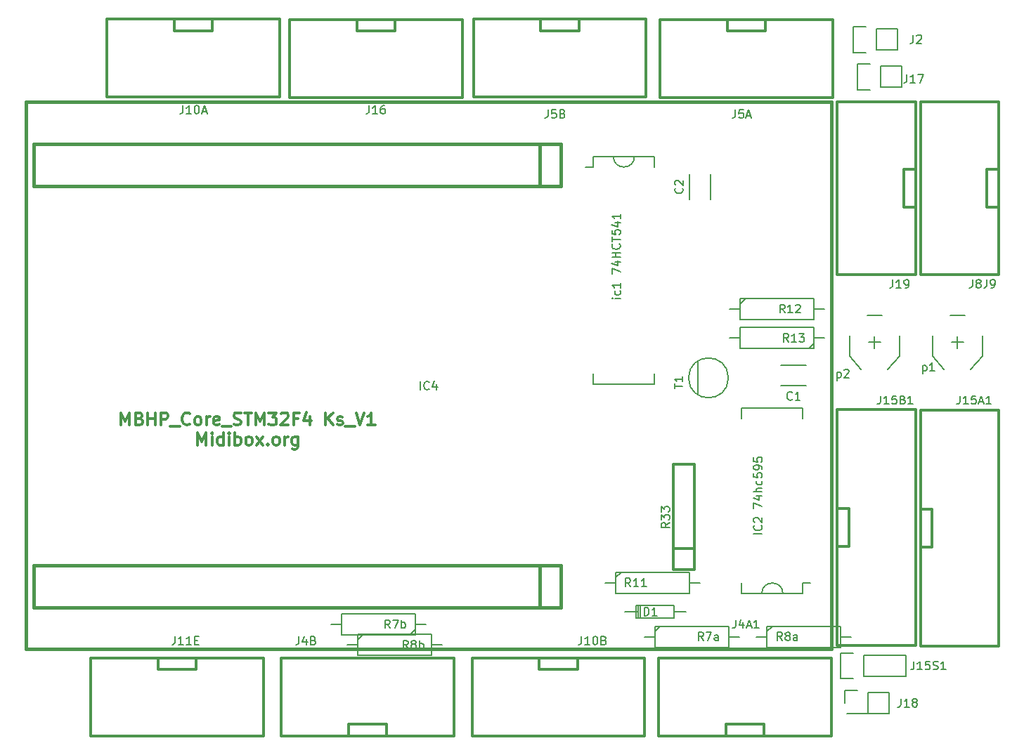
<source format=gbr>
G04 #@! TF.FileFunction,Legend,Top*
%FSLAX46Y46*%
G04 Gerber Fmt 4.6, Leading zero omitted, Abs format (unit mm)*
G04 Created by KiCad (PCBNEW 4.0.2-stable) date 17/08/2016 20:10:52*
%MOMM*%
G01*
G04 APERTURE LIST*
%ADD10C,0.100000*%
%ADD11C,0.300000*%
%ADD12C,0.150000*%
%ADD13C,0.381000*%
%ADD14C,0.317500*%
%ADD15C,0.304800*%
%ADD16C,0.299720*%
%ADD17C,0.203200*%
G04 APERTURE END LIST*
D10*
D11*
X51750002Y-62478571D02*
X51750002Y-60978571D01*
X52250002Y-62050000D01*
X52750002Y-60978571D01*
X52750002Y-62478571D01*
X53964288Y-61692857D02*
X54178574Y-61764286D01*
X54250002Y-61835714D01*
X54321431Y-61978571D01*
X54321431Y-62192857D01*
X54250002Y-62335714D01*
X54178574Y-62407143D01*
X54035716Y-62478571D01*
X53464288Y-62478571D01*
X53464288Y-60978571D01*
X53964288Y-60978571D01*
X54107145Y-61050000D01*
X54178574Y-61121429D01*
X54250002Y-61264286D01*
X54250002Y-61407143D01*
X54178574Y-61550000D01*
X54107145Y-61621429D01*
X53964288Y-61692857D01*
X53464288Y-61692857D01*
X54964288Y-62478571D02*
X54964288Y-60978571D01*
X54964288Y-61692857D02*
X55821431Y-61692857D01*
X55821431Y-62478571D02*
X55821431Y-60978571D01*
X56535717Y-62478571D02*
X56535717Y-60978571D01*
X57107145Y-60978571D01*
X57250003Y-61050000D01*
X57321431Y-61121429D01*
X57392860Y-61264286D01*
X57392860Y-61478571D01*
X57321431Y-61621429D01*
X57250003Y-61692857D01*
X57107145Y-61764286D01*
X56535717Y-61764286D01*
X57678574Y-62621429D02*
X58821431Y-62621429D01*
X60035717Y-62335714D02*
X59964288Y-62407143D01*
X59750002Y-62478571D01*
X59607145Y-62478571D01*
X59392860Y-62407143D01*
X59250002Y-62264286D01*
X59178574Y-62121429D01*
X59107145Y-61835714D01*
X59107145Y-61621429D01*
X59178574Y-61335714D01*
X59250002Y-61192857D01*
X59392860Y-61050000D01*
X59607145Y-60978571D01*
X59750002Y-60978571D01*
X59964288Y-61050000D01*
X60035717Y-61121429D01*
X60892860Y-62478571D02*
X60750002Y-62407143D01*
X60678574Y-62335714D01*
X60607145Y-62192857D01*
X60607145Y-61764286D01*
X60678574Y-61621429D01*
X60750002Y-61550000D01*
X60892860Y-61478571D01*
X61107145Y-61478571D01*
X61250002Y-61550000D01*
X61321431Y-61621429D01*
X61392860Y-61764286D01*
X61392860Y-62192857D01*
X61321431Y-62335714D01*
X61250002Y-62407143D01*
X61107145Y-62478571D01*
X60892860Y-62478571D01*
X62035717Y-62478571D02*
X62035717Y-61478571D01*
X62035717Y-61764286D02*
X62107145Y-61621429D01*
X62178574Y-61550000D01*
X62321431Y-61478571D01*
X62464288Y-61478571D01*
X63535716Y-62407143D02*
X63392859Y-62478571D01*
X63107145Y-62478571D01*
X62964288Y-62407143D01*
X62892859Y-62264286D01*
X62892859Y-61692857D01*
X62964288Y-61550000D01*
X63107145Y-61478571D01*
X63392859Y-61478571D01*
X63535716Y-61550000D01*
X63607145Y-61692857D01*
X63607145Y-61835714D01*
X62892859Y-61978571D01*
X63892859Y-62621429D02*
X65035716Y-62621429D01*
X65321430Y-62407143D02*
X65535716Y-62478571D01*
X65892859Y-62478571D01*
X66035716Y-62407143D01*
X66107145Y-62335714D01*
X66178573Y-62192857D01*
X66178573Y-62050000D01*
X66107145Y-61907143D01*
X66035716Y-61835714D01*
X65892859Y-61764286D01*
X65607145Y-61692857D01*
X65464287Y-61621429D01*
X65392859Y-61550000D01*
X65321430Y-61407143D01*
X65321430Y-61264286D01*
X65392859Y-61121429D01*
X65464287Y-61050000D01*
X65607145Y-60978571D01*
X65964287Y-60978571D01*
X66178573Y-61050000D01*
X66607144Y-60978571D02*
X67464287Y-60978571D01*
X67035716Y-62478571D02*
X67035716Y-60978571D01*
X67964287Y-62478571D02*
X67964287Y-60978571D01*
X68464287Y-62050000D01*
X68964287Y-60978571D01*
X68964287Y-62478571D01*
X69535716Y-60978571D02*
X70464287Y-60978571D01*
X69964287Y-61550000D01*
X70178573Y-61550000D01*
X70321430Y-61621429D01*
X70392859Y-61692857D01*
X70464287Y-61835714D01*
X70464287Y-62192857D01*
X70392859Y-62335714D01*
X70321430Y-62407143D01*
X70178573Y-62478571D01*
X69750001Y-62478571D01*
X69607144Y-62407143D01*
X69535716Y-62335714D01*
X71035715Y-61121429D02*
X71107144Y-61050000D01*
X71250001Y-60978571D01*
X71607144Y-60978571D01*
X71750001Y-61050000D01*
X71821430Y-61121429D01*
X71892858Y-61264286D01*
X71892858Y-61407143D01*
X71821430Y-61621429D01*
X70964287Y-62478571D01*
X71892858Y-62478571D01*
X73035715Y-61692857D02*
X72535715Y-61692857D01*
X72535715Y-62478571D02*
X72535715Y-60978571D01*
X73250001Y-60978571D01*
X74464286Y-61478571D02*
X74464286Y-62478571D01*
X74107143Y-60907143D02*
X73750000Y-61978571D01*
X74678572Y-61978571D01*
X76392857Y-62478571D02*
X76392857Y-60978571D01*
X77250000Y-62478571D02*
X76607143Y-61621429D01*
X77250000Y-60978571D02*
X76392857Y-61835714D01*
X77821428Y-62407143D02*
X77964285Y-62478571D01*
X78250000Y-62478571D01*
X78392857Y-62407143D01*
X78464285Y-62264286D01*
X78464285Y-62192857D01*
X78392857Y-62050000D01*
X78250000Y-61978571D01*
X78035714Y-61978571D01*
X77892857Y-61907143D01*
X77821428Y-61764286D01*
X77821428Y-61692857D01*
X77892857Y-61550000D01*
X78035714Y-61478571D01*
X78250000Y-61478571D01*
X78392857Y-61550000D01*
X78750000Y-62621429D02*
X79892857Y-62621429D01*
X80035714Y-60978571D02*
X80535714Y-62478571D01*
X81035714Y-60978571D01*
X82321428Y-62478571D02*
X81464285Y-62478571D01*
X81892857Y-62478571D02*
X81892857Y-60978571D01*
X81750000Y-61192857D01*
X81607142Y-61335714D01*
X81464285Y-61407143D01*
X60964285Y-64878571D02*
X60964285Y-63378571D01*
X61464285Y-64450000D01*
X61964285Y-63378571D01*
X61964285Y-64878571D01*
X62678571Y-64878571D02*
X62678571Y-63878571D01*
X62678571Y-63378571D02*
X62607142Y-63450000D01*
X62678571Y-63521429D01*
X62749999Y-63450000D01*
X62678571Y-63378571D01*
X62678571Y-63521429D01*
X64035714Y-64878571D02*
X64035714Y-63378571D01*
X64035714Y-64807143D02*
X63892857Y-64878571D01*
X63607143Y-64878571D01*
X63464285Y-64807143D01*
X63392857Y-64735714D01*
X63321428Y-64592857D01*
X63321428Y-64164286D01*
X63392857Y-64021429D01*
X63464285Y-63950000D01*
X63607143Y-63878571D01*
X63892857Y-63878571D01*
X64035714Y-63950000D01*
X64750000Y-64878571D02*
X64750000Y-63878571D01*
X64750000Y-63378571D02*
X64678571Y-63450000D01*
X64750000Y-63521429D01*
X64821428Y-63450000D01*
X64750000Y-63378571D01*
X64750000Y-63521429D01*
X65464286Y-64878571D02*
X65464286Y-63378571D01*
X65464286Y-63950000D02*
X65607143Y-63878571D01*
X65892857Y-63878571D01*
X66035714Y-63950000D01*
X66107143Y-64021429D01*
X66178572Y-64164286D01*
X66178572Y-64592857D01*
X66107143Y-64735714D01*
X66035714Y-64807143D01*
X65892857Y-64878571D01*
X65607143Y-64878571D01*
X65464286Y-64807143D01*
X67035715Y-64878571D02*
X66892857Y-64807143D01*
X66821429Y-64735714D01*
X66750000Y-64592857D01*
X66750000Y-64164286D01*
X66821429Y-64021429D01*
X66892857Y-63950000D01*
X67035715Y-63878571D01*
X67250000Y-63878571D01*
X67392857Y-63950000D01*
X67464286Y-64021429D01*
X67535715Y-64164286D01*
X67535715Y-64592857D01*
X67464286Y-64735714D01*
X67392857Y-64807143D01*
X67250000Y-64878571D01*
X67035715Y-64878571D01*
X68035715Y-64878571D02*
X68821429Y-63878571D01*
X68035715Y-63878571D02*
X68821429Y-64878571D01*
X69392858Y-64735714D02*
X69464286Y-64807143D01*
X69392858Y-64878571D01*
X69321429Y-64807143D01*
X69392858Y-64735714D01*
X69392858Y-64878571D01*
X70321430Y-64878571D02*
X70178572Y-64807143D01*
X70107144Y-64735714D01*
X70035715Y-64592857D01*
X70035715Y-64164286D01*
X70107144Y-64021429D01*
X70178572Y-63950000D01*
X70321430Y-63878571D01*
X70535715Y-63878571D01*
X70678572Y-63950000D01*
X70750001Y-64021429D01*
X70821430Y-64164286D01*
X70821430Y-64592857D01*
X70750001Y-64735714D01*
X70678572Y-64807143D01*
X70535715Y-64878571D01*
X70321430Y-64878571D01*
X71464287Y-64878571D02*
X71464287Y-63878571D01*
X71464287Y-64164286D02*
X71535715Y-64021429D01*
X71607144Y-63950000D01*
X71750001Y-63878571D01*
X71892858Y-63878571D01*
X73035715Y-63878571D02*
X73035715Y-65092857D01*
X72964286Y-65235714D01*
X72892858Y-65307143D01*
X72750001Y-65378571D01*
X72535715Y-65378571D01*
X72392858Y-65307143D01*
X73035715Y-64807143D02*
X72892858Y-64878571D01*
X72607144Y-64878571D01*
X72464286Y-64807143D01*
X72392858Y-64735714D01*
X72321429Y-64592857D01*
X72321429Y-64164286D01*
X72392858Y-64021429D01*
X72464286Y-63950000D01*
X72607144Y-63878571D01*
X72892858Y-63878571D01*
X73035715Y-63950000D01*
D12*
X111040000Y-30094000D02*
G75*
G03X113580000Y-30094000I1270000J0D01*
G01*
X108635000Y-30085000D02*
X108635000Y-31355000D01*
X115985000Y-30085000D02*
X115985000Y-31355000D01*
X115985000Y-57535000D02*
X115985000Y-56265000D01*
X108635000Y-57535000D02*
X108635000Y-56265000D01*
X108635000Y-30085000D02*
X115985000Y-30085000D01*
X108635000Y-57535000D02*
X115985000Y-57535000D01*
X108635000Y-31355000D02*
X107700000Y-31355000D01*
X131460000Y-82786000D02*
G75*
G03X128920000Y-82786000I-1270000J0D01*
G01*
X133865000Y-82795000D02*
X133865000Y-81525000D01*
X126515000Y-82795000D02*
X126515000Y-81525000D01*
X126515000Y-60425000D02*
X126515000Y-61695000D01*
X133865000Y-60425000D02*
X133865000Y-61695000D01*
X133865000Y-82795000D02*
X126515000Y-82795000D01*
X133865000Y-60425000D02*
X126515000Y-60425000D01*
X133865000Y-81525000D02*
X134800000Y-81525000D01*
D13*
X41230000Y-79360000D02*
X104730000Y-79360000D01*
X104730000Y-79360000D02*
X104730000Y-84440000D01*
X41230000Y-79360000D02*
X41230000Y-84440000D01*
X41230000Y-84440000D02*
X104730000Y-84440000D01*
X102178500Y-79360000D02*
X102178500Y-84440000D01*
X102178500Y-28560000D02*
X102178500Y-33640000D01*
X41230000Y-33640000D02*
X104730000Y-33640000D01*
X137280000Y-23500000D02*
X40280000Y-23500000D01*
X40280000Y-89500000D02*
X137280000Y-89500000D01*
X137280000Y-89500000D02*
X137280000Y-23500000D01*
X40280000Y-89500000D02*
X40280000Y-23500000D01*
X41230000Y-28560000D02*
X41230000Y-33640000D01*
X104730000Y-28560000D02*
X104730000Y-33640000D01*
X41230000Y-28560000D02*
X104730000Y-28560000D01*
D12*
X118366520Y-84997460D02*
X119763520Y-84997460D01*
X113921520Y-84997460D02*
X112397520Y-84997460D01*
X114302520Y-84235460D02*
X114302520Y-85759460D01*
X114048520Y-84235460D02*
X114048520Y-85759460D01*
X113794520Y-84997460D02*
X113794520Y-85759460D01*
X113794520Y-85759460D02*
X118366520Y-85759460D01*
X118366520Y-85759460D02*
X118366520Y-84235460D01*
X118366520Y-84235460D02*
X113794520Y-84235460D01*
X113794520Y-84235460D02*
X113794520Y-84997460D01*
X142770000Y-14730000D02*
X145310000Y-14730000D01*
X139950000Y-14450000D02*
X141500000Y-14450000D01*
X142770000Y-14730000D02*
X142770000Y-17270000D01*
X141500000Y-17550000D02*
X139950000Y-17550000D01*
X139950000Y-17550000D02*
X139950000Y-14450000D01*
X142770000Y-17270000D02*
X145310000Y-17270000D01*
X145310000Y-17270000D02*
X145310000Y-14730000D01*
X141230000Y-92770000D02*
X146310000Y-92770000D01*
X146310000Y-92770000D02*
X146310000Y-90230000D01*
X146310000Y-90230000D02*
X141230000Y-90230000D01*
X138410000Y-89950000D02*
X139960000Y-89950000D01*
X141230000Y-90230000D02*
X141230000Y-92770000D01*
X139960000Y-93050000D02*
X138410000Y-93050000D01*
X138410000Y-93050000D02*
X138410000Y-89950000D01*
X143230000Y-19230000D02*
X145770000Y-19230000D01*
X140410000Y-18950000D02*
X141960000Y-18950000D01*
X143230000Y-19230000D02*
X143230000Y-21770000D01*
X141960000Y-22050000D02*
X140410000Y-22050000D01*
X140410000Y-22050000D02*
X140410000Y-18950000D01*
X143230000Y-21770000D02*
X145770000Y-21770000D01*
X145770000Y-21770000D02*
X145770000Y-19230000D01*
D14*
X118230000Y-79930000D02*
X118230000Y-67230000D01*
X120770000Y-67230000D02*
X120770000Y-79930000D01*
D15*
X118230000Y-77390000D02*
X120770000Y-77390000D01*
D14*
X118230000Y-67230000D02*
X120770000Y-67230000D01*
D15*
X120770000Y-79930000D02*
X118230000Y-79930000D01*
D12*
X111340000Y-80230000D02*
X111340000Y-82770000D01*
X111340000Y-82770000D02*
X120230000Y-82770000D01*
X120230000Y-82770000D02*
X120230000Y-80230000D01*
X120230000Y-80230000D02*
X111340000Y-80230000D01*
X111340000Y-80865000D02*
X111975000Y-80230000D01*
X111340000Y-81500000D02*
X110070000Y-81500000D01*
X120230000Y-81500000D02*
X121500000Y-81500000D01*
X129555000Y-86730000D02*
X129555000Y-89270000D01*
X129555000Y-89270000D02*
X138445000Y-89270000D01*
X138445000Y-89270000D02*
X138445000Y-86730000D01*
X138445000Y-86730000D02*
X129555000Y-86730000D01*
X129555000Y-87365000D02*
X130190000Y-86730000D01*
X129555000Y-88000000D02*
X128285000Y-88000000D01*
X138445000Y-88000000D02*
X139715000Y-88000000D01*
X80270000Y-87730000D02*
X80270000Y-90270000D01*
X80270000Y-90270000D02*
X89160000Y-90270000D01*
X89160000Y-90270000D02*
X89160000Y-87730000D01*
X89160000Y-87730000D02*
X80270000Y-87730000D01*
X80270000Y-88365000D02*
X80905000Y-87730000D01*
X80270000Y-89000000D02*
X79000000Y-89000000D01*
X89160000Y-89000000D02*
X90430000Y-89000000D01*
X135230000Y-53270000D02*
X135230000Y-50730000D01*
X135230000Y-50730000D02*
X126340000Y-50730000D01*
X126340000Y-50730000D02*
X126340000Y-53270000D01*
X126340000Y-53270000D02*
X135230000Y-53270000D01*
X135230000Y-52635000D02*
X134595000Y-53270000D01*
X135230000Y-52000000D02*
X136500000Y-52000000D01*
X126340000Y-52000000D02*
X125070000Y-52000000D01*
X87160000Y-87770000D02*
X87160000Y-85230000D01*
X87160000Y-85230000D02*
X78270000Y-85230000D01*
X78270000Y-85230000D02*
X78270000Y-87770000D01*
X78270000Y-87770000D02*
X87160000Y-87770000D01*
X87160000Y-87135000D02*
X86525000Y-87770000D01*
X87160000Y-86500000D02*
X88430000Y-86500000D01*
X78270000Y-86500000D02*
X77000000Y-86500000D01*
X116055000Y-86730000D02*
X116055000Y-89270000D01*
X116055000Y-89270000D02*
X124945000Y-89270000D01*
X124945000Y-89270000D02*
X124945000Y-86730000D01*
X124945000Y-86730000D02*
X116055000Y-86730000D01*
X116055000Y-87365000D02*
X116690000Y-86730000D01*
X116055000Y-88000000D02*
X114785000Y-88000000D01*
X124945000Y-88000000D02*
X126215000Y-88000000D01*
X126340000Y-47230000D02*
X126340000Y-49770000D01*
X126340000Y-49770000D02*
X135230000Y-49770000D01*
X135230000Y-49770000D02*
X135230000Y-47230000D01*
X135230000Y-47230000D02*
X126340000Y-47230000D01*
X126340000Y-47865000D02*
X126975000Y-47230000D01*
X126340000Y-48500000D02*
X125070000Y-48500000D01*
X135230000Y-48500000D02*
X136500000Y-48500000D01*
X143399160Y-49249440D02*
X141600840Y-49249440D01*
X142500000Y-51799600D02*
X142500000Y-53201680D01*
X143201040Y-52500640D02*
X141798960Y-52500640D01*
X140899800Y-55751840D02*
X139500260Y-54199900D01*
X139500260Y-54199900D02*
X139500260Y-51700540D01*
X144100200Y-55751840D02*
X145499740Y-54199900D01*
X145499740Y-54199900D02*
X145499740Y-51700540D01*
X153399160Y-49249440D02*
X151600840Y-49249440D01*
X152500000Y-51799600D02*
X152500000Y-53201680D01*
X153201040Y-52500640D02*
X151798960Y-52500640D01*
X150899800Y-55751840D02*
X149500260Y-54199900D01*
X149500260Y-54199900D02*
X149500260Y-51700540D01*
X154100200Y-55751840D02*
X155499740Y-54199900D01*
X155499740Y-54199900D02*
X155499740Y-51700540D01*
X138910000Y-96000000D02*
X138910000Y-94450000D01*
X140460000Y-94450000D02*
X138910000Y-94450000D01*
X139190000Y-97270000D02*
X141730000Y-97270000D01*
X144270000Y-94730000D02*
X141730000Y-94730000D01*
X141730000Y-94730000D02*
X141730000Y-97270000D01*
X141730000Y-97270000D02*
X144270000Y-97270000D01*
X144270000Y-97270000D02*
X144270000Y-94730000D01*
X121230000Y-54754000D02*
X121230000Y-58818000D01*
X124896231Y-56786000D02*
G75*
G03X124896231Y-56786000I-2396231J0D01*
G01*
D15*
X147430000Y-44320000D02*
X147430000Y-23520000D01*
X138030000Y-23520000D02*
X138030000Y-44320000D01*
X138030000Y-44320000D02*
X147430000Y-44320000D01*
X138030000Y-23520000D02*
X147430000Y-23520000D01*
D16*
X147430000Y-31620000D02*
X146030000Y-31620000D01*
X146030000Y-31620000D02*
X146030000Y-36220000D01*
X146030000Y-36220000D02*
X147430000Y-36220000D01*
D15*
X92820000Y-13570000D02*
X72020000Y-13570000D01*
X72020000Y-22970000D02*
X92820000Y-22970000D01*
X92820000Y-22970000D02*
X92820000Y-13570000D01*
X72020000Y-22970000D02*
X72020000Y-13570000D01*
D16*
X80120000Y-13570000D02*
X80120000Y-14970000D01*
X80120000Y-14970000D02*
X84720000Y-14970000D01*
X84720000Y-14970000D02*
X84720000Y-13570000D01*
D15*
X68860000Y-90530000D02*
X48060000Y-90530000D01*
X48060000Y-99930000D02*
X68860000Y-99930000D01*
X68860000Y-99930000D02*
X68860000Y-90530000D01*
X48060000Y-99930000D02*
X48060000Y-90530000D01*
D16*
X56160000Y-90530000D02*
X56160000Y-91930000D01*
X56160000Y-91930000D02*
X60760000Y-91930000D01*
X60760000Y-91930000D02*
X60760000Y-90530000D01*
D15*
X114820000Y-90530000D02*
X94020000Y-90530000D01*
X94020000Y-99930000D02*
X114820000Y-99930000D01*
X114820000Y-99930000D02*
X114820000Y-90530000D01*
X94020000Y-99930000D02*
X94020000Y-90530000D01*
D16*
X102120000Y-90530000D02*
X102120000Y-91930000D01*
X102120000Y-91930000D02*
X106720000Y-91930000D01*
X106720000Y-91930000D02*
X106720000Y-90530000D01*
D15*
X70820000Y-13530000D02*
X50020000Y-13530000D01*
X50020000Y-22930000D02*
X70820000Y-22930000D01*
X70820000Y-22930000D02*
X70820000Y-13530000D01*
X50020000Y-22930000D02*
X50020000Y-13530000D01*
D16*
X58120000Y-13530000D02*
X58120000Y-14930000D01*
X58120000Y-14930000D02*
X62720000Y-14930000D01*
X62720000Y-14930000D02*
X62720000Y-13530000D01*
D15*
X157430000Y-44320000D02*
X157430000Y-23520000D01*
X148030000Y-23520000D02*
X148030000Y-44320000D01*
X148030000Y-44320000D02*
X157430000Y-44320000D01*
X148030000Y-23520000D02*
X157430000Y-23520000D01*
D16*
X157430000Y-31620000D02*
X156030000Y-31620000D01*
X156030000Y-31620000D02*
X156030000Y-36220000D01*
X156030000Y-36220000D02*
X157430000Y-36220000D01*
D15*
X114980000Y-13530000D02*
X94180000Y-13530000D01*
X94180000Y-22930000D02*
X114980000Y-22930000D01*
X114980000Y-22930000D02*
X114980000Y-13530000D01*
X94180000Y-22930000D02*
X94180000Y-13530000D01*
D16*
X102280000Y-13530000D02*
X102280000Y-14930000D01*
X102280000Y-14930000D02*
X106880000Y-14930000D01*
X106880000Y-14930000D02*
X106880000Y-13530000D01*
D15*
X137440000Y-13570000D02*
X116640000Y-13570000D01*
X116640000Y-22970000D02*
X137440000Y-22970000D01*
X137440000Y-22970000D02*
X137440000Y-13570000D01*
X116640000Y-22970000D02*
X116640000Y-13570000D01*
D16*
X124740000Y-13570000D02*
X124740000Y-14970000D01*
X124740000Y-14970000D02*
X129340000Y-14970000D01*
X129340000Y-14970000D02*
X129340000Y-13570000D01*
D15*
X71020000Y-99930000D02*
X91820000Y-99930000D01*
X91820000Y-90530000D02*
X71020000Y-90530000D01*
X71020000Y-90530000D02*
X71020000Y-99930000D01*
X91820000Y-90530000D02*
X91820000Y-99930000D01*
D16*
X83720000Y-99930000D02*
X83720000Y-98530000D01*
X83720000Y-98530000D02*
X79120000Y-98530000D01*
X79120000Y-98530000D02*
X79120000Y-99930000D01*
D15*
X116520000Y-99930000D02*
X137320000Y-99930000D01*
X137320000Y-90530000D02*
X116520000Y-90530000D01*
X116520000Y-90530000D02*
X116520000Y-99930000D01*
X137320000Y-90530000D02*
X137320000Y-99930000D01*
D16*
X129220000Y-99930000D02*
X129220000Y-98530000D01*
X129220000Y-98530000D02*
X124620000Y-98530000D01*
X124620000Y-98530000D02*
X124620000Y-99930000D01*
D15*
X138030000Y-60610000D02*
X138030000Y-89010000D01*
X147430000Y-89010000D02*
X147430000Y-60610000D01*
X147430000Y-60610000D02*
X138030000Y-60610000D01*
X147430000Y-89010000D02*
X138030000Y-89010000D01*
D16*
X138030000Y-77110000D02*
X139430000Y-77110000D01*
X139430000Y-77110000D02*
X139430000Y-72510000D01*
X139430000Y-72510000D02*
X138030000Y-72510000D01*
D15*
X148030000Y-60690000D02*
X148030000Y-89090000D01*
X157430000Y-89090000D02*
X157430000Y-60690000D01*
X157430000Y-60690000D02*
X148030000Y-60690000D01*
X157430000Y-89090000D02*
X148030000Y-89090000D01*
D16*
X148030000Y-77190000D02*
X149430000Y-77190000D01*
X149430000Y-77190000D02*
X149430000Y-72590000D01*
X149430000Y-72590000D02*
X148030000Y-72590000D01*
D12*
X134250000Y-57750000D02*
X131250000Y-57750000D01*
X131250000Y-55250000D02*
X134250000Y-55250000D01*
X120250000Y-35250000D02*
X120250000Y-32250000D01*
X122750000Y-32250000D02*
X122750000Y-35250000D01*
X111872381Y-47211429D02*
X111205714Y-47211429D01*
X110872381Y-47211429D02*
X110920000Y-47259048D01*
X110967619Y-47211429D01*
X110920000Y-47163810D01*
X110872381Y-47211429D01*
X110967619Y-47211429D01*
X111824762Y-46306667D02*
X111872381Y-46401905D01*
X111872381Y-46592382D01*
X111824762Y-46687620D01*
X111777143Y-46735239D01*
X111681905Y-46782858D01*
X111396190Y-46782858D01*
X111300952Y-46735239D01*
X111253333Y-46687620D01*
X111205714Y-46592382D01*
X111205714Y-46401905D01*
X111253333Y-46306667D01*
X111872381Y-45354286D02*
X111872381Y-45925715D01*
X111872381Y-45640001D02*
X110872381Y-45640001D01*
X111015238Y-45735239D01*
X111110476Y-45830477D01*
X111158095Y-45925715D01*
X110872381Y-44259048D02*
X110872381Y-43592381D01*
X111872381Y-44020953D01*
X111205714Y-42782857D02*
X111872381Y-42782857D01*
X110824762Y-43020953D02*
X111539048Y-43259048D01*
X111539048Y-42640000D01*
X111872381Y-42259048D02*
X110872381Y-42259048D01*
X111348571Y-42259048D02*
X111348571Y-41687619D01*
X111872381Y-41687619D02*
X110872381Y-41687619D01*
X111777143Y-40640000D02*
X111824762Y-40687619D01*
X111872381Y-40830476D01*
X111872381Y-40925714D01*
X111824762Y-41068572D01*
X111729524Y-41163810D01*
X111634286Y-41211429D01*
X111443810Y-41259048D01*
X111300952Y-41259048D01*
X111110476Y-41211429D01*
X111015238Y-41163810D01*
X110920000Y-41068572D01*
X110872381Y-40925714D01*
X110872381Y-40830476D01*
X110920000Y-40687619D01*
X110967619Y-40640000D01*
X110872381Y-40354286D02*
X110872381Y-39782857D01*
X111872381Y-40068572D02*
X110872381Y-40068572D01*
X110872381Y-38973333D02*
X110872381Y-39449524D01*
X111348571Y-39497143D01*
X111300952Y-39449524D01*
X111253333Y-39354286D01*
X111253333Y-39116190D01*
X111300952Y-39020952D01*
X111348571Y-38973333D01*
X111443810Y-38925714D01*
X111681905Y-38925714D01*
X111777143Y-38973333D01*
X111824762Y-39020952D01*
X111872381Y-39116190D01*
X111872381Y-39354286D01*
X111824762Y-39449524D01*
X111777143Y-39497143D01*
X111205714Y-38068571D02*
X111872381Y-38068571D01*
X110824762Y-38306667D02*
X111539048Y-38544762D01*
X111539048Y-37925714D01*
X111872381Y-37020952D02*
X111872381Y-37592381D01*
X111872381Y-37306667D02*
X110872381Y-37306667D01*
X111015238Y-37401905D01*
X111110476Y-37497143D01*
X111158095Y-37592381D01*
X128952381Y-75619048D02*
X127952381Y-75619048D01*
X128857143Y-74571429D02*
X128904762Y-74619048D01*
X128952381Y-74761905D01*
X128952381Y-74857143D01*
X128904762Y-75000001D01*
X128809524Y-75095239D01*
X128714286Y-75142858D01*
X128523810Y-75190477D01*
X128380952Y-75190477D01*
X128190476Y-75142858D01*
X128095238Y-75095239D01*
X128000000Y-75000001D01*
X127952381Y-74857143D01*
X127952381Y-74761905D01*
X128000000Y-74619048D01*
X128047619Y-74571429D01*
X128047619Y-74190477D02*
X128000000Y-74142858D01*
X127952381Y-74047620D01*
X127952381Y-73809524D01*
X128000000Y-73714286D01*
X128047619Y-73666667D01*
X128142857Y-73619048D01*
X128238095Y-73619048D01*
X128380952Y-73666667D01*
X128952381Y-74238096D01*
X128952381Y-73619048D01*
X127952381Y-72523810D02*
X127952381Y-71857143D01*
X128952381Y-72285715D01*
X128285714Y-71047619D02*
X128952381Y-71047619D01*
X127904762Y-71285715D02*
X128619048Y-71523810D01*
X128619048Y-70904762D01*
X128952381Y-70523810D02*
X127952381Y-70523810D01*
X128952381Y-70095238D02*
X128428571Y-70095238D01*
X128333333Y-70142857D01*
X128285714Y-70238095D01*
X128285714Y-70380953D01*
X128333333Y-70476191D01*
X128380952Y-70523810D01*
X128904762Y-69190476D02*
X128952381Y-69285714D01*
X128952381Y-69476191D01*
X128904762Y-69571429D01*
X128857143Y-69619048D01*
X128761905Y-69666667D01*
X128476190Y-69666667D01*
X128380952Y-69619048D01*
X128333333Y-69571429D01*
X128285714Y-69476191D01*
X128285714Y-69285714D01*
X128333333Y-69190476D01*
X127952381Y-68285714D02*
X127952381Y-68761905D01*
X128428571Y-68809524D01*
X128380952Y-68761905D01*
X128333333Y-68666667D01*
X128333333Y-68428571D01*
X128380952Y-68333333D01*
X128428571Y-68285714D01*
X128523810Y-68238095D01*
X128761905Y-68238095D01*
X128857143Y-68285714D01*
X128904762Y-68333333D01*
X128952381Y-68428571D01*
X128952381Y-68666667D01*
X128904762Y-68761905D01*
X128857143Y-68809524D01*
X128952381Y-67761905D02*
X128952381Y-67571429D01*
X128904762Y-67476190D01*
X128857143Y-67428571D01*
X128714286Y-67333333D01*
X128523810Y-67285714D01*
X128142857Y-67285714D01*
X128047619Y-67333333D01*
X128000000Y-67380952D01*
X127952381Y-67476190D01*
X127952381Y-67666667D01*
X128000000Y-67761905D01*
X128047619Y-67809524D01*
X128142857Y-67857143D01*
X128380952Y-67857143D01*
X128476190Y-67809524D01*
X128523810Y-67761905D01*
X128571429Y-67666667D01*
X128571429Y-67476190D01*
X128523810Y-67380952D01*
X128476190Y-67333333D01*
X128380952Y-67285714D01*
X127952381Y-66380952D02*
X127952381Y-66857143D01*
X128428571Y-66904762D01*
X128380952Y-66857143D01*
X128333333Y-66761905D01*
X128333333Y-66523809D01*
X128380952Y-66428571D01*
X128428571Y-66380952D01*
X128523810Y-66333333D01*
X128761905Y-66333333D01*
X128857143Y-66380952D01*
X128904762Y-66428571D01*
X128952381Y-66523809D01*
X128952381Y-66761905D01*
X128904762Y-66857143D01*
X128857143Y-66904762D01*
D17*
X87788191Y-58229619D02*
X87788191Y-57213619D01*
X88852572Y-58132857D02*
X88804191Y-58181238D01*
X88659048Y-58229619D01*
X88562286Y-58229619D01*
X88417144Y-58181238D01*
X88320382Y-58084476D01*
X88272001Y-57987714D01*
X88223620Y-57794190D01*
X88223620Y-57649048D01*
X88272001Y-57455524D01*
X88320382Y-57358762D01*
X88417144Y-57262000D01*
X88562286Y-57213619D01*
X88659048Y-57213619D01*
X88804191Y-57262000D01*
X88852572Y-57310381D01*
X89723429Y-57552286D02*
X89723429Y-58229619D01*
X89481525Y-57165238D02*
X89239620Y-57890952D01*
X89868572Y-57890952D01*
D12*
X114762425Y-85449841D02*
X114762425Y-84449841D01*
X115000520Y-84449841D01*
X115143378Y-84497460D01*
X115238616Y-84592698D01*
X115286235Y-84687936D01*
X115333854Y-84878412D01*
X115333854Y-85021270D01*
X115286235Y-85211746D01*
X115238616Y-85306984D01*
X115143378Y-85402222D01*
X115000520Y-85449841D01*
X114762425Y-85449841D01*
X116286235Y-85449841D02*
X115714806Y-85449841D01*
X116000520Y-85449841D02*
X116000520Y-84449841D01*
X115905282Y-84592698D01*
X115810044Y-84687936D01*
X115714806Y-84735555D01*
X147166667Y-15452381D02*
X147166667Y-16166667D01*
X147119047Y-16309524D01*
X147023809Y-16404762D01*
X146880952Y-16452381D01*
X146785714Y-16452381D01*
X147595238Y-15547619D02*
X147642857Y-15500000D01*
X147738095Y-15452381D01*
X147976191Y-15452381D01*
X148071429Y-15500000D01*
X148119048Y-15547619D01*
X148166667Y-15642857D01*
X148166667Y-15738095D01*
X148119048Y-15880952D01*
X147547619Y-16452381D01*
X148166667Y-16452381D01*
X147238096Y-90952381D02*
X147238096Y-91666667D01*
X147190476Y-91809524D01*
X147095238Y-91904762D01*
X146952381Y-91952381D01*
X146857143Y-91952381D01*
X148238096Y-91952381D02*
X147666667Y-91952381D01*
X147952381Y-91952381D02*
X147952381Y-90952381D01*
X147857143Y-91095238D01*
X147761905Y-91190476D01*
X147666667Y-91238095D01*
X149142858Y-90952381D02*
X148666667Y-90952381D01*
X148619048Y-91428571D01*
X148666667Y-91380952D01*
X148761905Y-91333333D01*
X149000001Y-91333333D01*
X149095239Y-91380952D01*
X149142858Y-91428571D01*
X149190477Y-91523810D01*
X149190477Y-91761905D01*
X149142858Y-91857143D01*
X149095239Y-91904762D01*
X149000001Y-91952381D01*
X148761905Y-91952381D01*
X148666667Y-91904762D01*
X148619048Y-91857143D01*
X149571429Y-91904762D02*
X149714286Y-91952381D01*
X149952382Y-91952381D01*
X150047620Y-91904762D01*
X150095239Y-91857143D01*
X150142858Y-91761905D01*
X150142858Y-91666667D01*
X150095239Y-91571429D01*
X150047620Y-91523810D01*
X149952382Y-91476190D01*
X149761905Y-91428571D01*
X149666667Y-91380952D01*
X149619048Y-91333333D01*
X149571429Y-91238095D01*
X149571429Y-91142857D01*
X149619048Y-91047619D01*
X149666667Y-91000000D01*
X149761905Y-90952381D01*
X150000001Y-90952381D01*
X150142858Y-91000000D01*
X151095239Y-91952381D02*
X150523810Y-91952381D01*
X150809524Y-91952381D02*
X150809524Y-90952381D01*
X150714286Y-91095238D01*
X150619048Y-91190476D01*
X150523810Y-91238095D01*
X146400477Y-20202381D02*
X146400477Y-20916667D01*
X146352857Y-21059524D01*
X146257619Y-21154762D01*
X146114762Y-21202381D01*
X146019524Y-21202381D01*
X147400477Y-21202381D02*
X146829048Y-21202381D01*
X147114762Y-21202381D02*
X147114762Y-20202381D01*
X147019524Y-20345238D01*
X146924286Y-20440476D01*
X146829048Y-20488095D01*
X147733810Y-20202381D02*
X148400477Y-20202381D01*
X147971905Y-21202381D01*
D17*
X117800619Y-74233143D02*
X117316810Y-74571809D01*
X117800619Y-74813714D02*
X116784619Y-74813714D01*
X116784619Y-74426667D01*
X116833000Y-74329905D01*
X116881381Y-74281524D01*
X116978143Y-74233143D01*
X117123286Y-74233143D01*
X117220048Y-74281524D01*
X117268429Y-74329905D01*
X117316810Y-74426667D01*
X117316810Y-74813714D01*
X116784619Y-73894476D02*
X116784619Y-73265524D01*
X117171667Y-73604190D01*
X117171667Y-73459048D01*
X117220048Y-73362286D01*
X117268429Y-73313905D01*
X117365190Y-73265524D01*
X117607095Y-73265524D01*
X117703857Y-73313905D01*
X117752238Y-73362286D01*
X117800619Y-73459048D01*
X117800619Y-73749333D01*
X117752238Y-73846095D01*
X117703857Y-73894476D01*
X116784619Y-72926857D02*
X116784619Y-72297905D01*
X117171667Y-72636571D01*
X117171667Y-72491429D01*
X117220048Y-72394667D01*
X117268429Y-72346286D01*
X117365190Y-72297905D01*
X117607095Y-72297905D01*
X117703857Y-72346286D01*
X117752238Y-72394667D01*
X117800619Y-72491429D01*
X117800619Y-72781714D01*
X117752238Y-72878476D01*
X117703857Y-72926857D01*
D12*
X113099143Y-81952381D02*
X112765809Y-81476190D01*
X112527714Y-81952381D02*
X112527714Y-80952381D01*
X112908667Y-80952381D01*
X113003905Y-81000000D01*
X113051524Y-81047619D01*
X113099143Y-81142857D01*
X113099143Y-81285714D01*
X113051524Y-81380952D01*
X113003905Y-81428571D01*
X112908667Y-81476190D01*
X112527714Y-81476190D01*
X114051524Y-81952381D02*
X113480095Y-81952381D01*
X113765809Y-81952381D02*
X113765809Y-80952381D01*
X113670571Y-81095238D01*
X113575333Y-81190476D01*
X113480095Y-81238095D01*
X115003905Y-81952381D02*
X114432476Y-81952381D01*
X114718190Y-81952381D02*
X114718190Y-80952381D01*
X114622952Y-81095238D01*
X114527714Y-81190476D01*
X114432476Y-81238095D01*
X131380953Y-88452381D02*
X131047619Y-87976190D01*
X130809524Y-88452381D02*
X130809524Y-87452381D01*
X131190477Y-87452381D01*
X131285715Y-87500000D01*
X131333334Y-87547619D01*
X131380953Y-87642857D01*
X131380953Y-87785714D01*
X131333334Y-87880952D01*
X131285715Y-87928571D01*
X131190477Y-87976190D01*
X130809524Y-87976190D01*
X131952381Y-87880952D02*
X131857143Y-87833333D01*
X131809524Y-87785714D01*
X131761905Y-87690476D01*
X131761905Y-87642857D01*
X131809524Y-87547619D01*
X131857143Y-87500000D01*
X131952381Y-87452381D01*
X132142858Y-87452381D01*
X132238096Y-87500000D01*
X132285715Y-87547619D01*
X132333334Y-87642857D01*
X132333334Y-87690476D01*
X132285715Y-87785714D01*
X132238096Y-87833333D01*
X132142858Y-87880952D01*
X131952381Y-87880952D01*
X131857143Y-87928571D01*
X131809524Y-87976190D01*
X131761905Y-88071429D01*
X131761905Y-88261905D01*
X131809524Y-88357143D01*
X131857143Y-88404762D01*
X131952381Y-88452381D01*
X132142858Y-88452381D01*
X132238096Y-88404762D01*
X132285715Y-88357143D01*
X132333334Y-88261905D01*
X132333334Y-88071429D01*
X132285715Y-87976190D01*
X132238096Y-87928571D01*
X132142858Y-87880952D01*
X133190477Y-88452381D02*
X133190477Y-87928571D01*
X133142858Y-87833333D01*
X133047620Y-87785714D01*
X132857143Y-87785714D01*
X132761905Y-87833333D01*
X133190477Y-88404762D02*
X133095239Y-88452381D01*
X132857143Y-88452381D01*
X132761905Y-88404762D01*
X132714286Y-88309524D01*
X132714286Y-88214286D01*
X132761905Y-88119048D01*
X132857143Y-88071429D01*
X133095239Y-88071429D01*
X133190477Y-88023810D01*
X86310953Y-89452381D02*
X85977619Y-88976190D01*
X85739524Y-89452381D02*
X85739524Y-88452381D01*
X86120477Y-88452381D01*
X86215715Y-88500000D01*
X86263334Y-88547619D01*
X86310953Y-88642857D01*
X86310953Y-88785714D01*
X86263334Y-88880952D01*
X86215715Y-88928571D01*
X86120477Y-88976190D01*
X85739524Y-88976190D01*
X86882381Y-88880952D02*
X86787143Y-88833333D01*
X86739524Y-88785714D01*
X86691905Y-88690476D01*
X86691905Y-88642857D01*
X86739524Y-88547619D01*
X86787143Y-88500000D01*
X86882381Y-88452381D01*
X87072858Y-88452381D01*
X87168096Y-88500000D01*
X87215715Y-88547619D01*
X87263334Y-88642857D01*
X87263334Y-88690476D01*
X87215715Y-88785714D01*
X87168096Y-88833333D01*
X87072858Y-88880952D01*
X86882381Y-88880952D01*
X86787143Y-88928571D01*
X86739524Y-88976190D01*
X86691905Y-89071429D01*
X86691905Y-89261905D01*
X86739524Y-89357143D01*
X86787143Y-89404762D01*
X86882381Y-89452381D01*
X87072858Y-89452381D01*
X87168096Y-89404762D01*
X87215715Y-89357143D01*
X87263334Y-89261905D01*
X87263334Y-89071429D01*
X87215715Y-88976190D01*
X87168096Y-88928571D01*
X87072858Y-88880952D01*
X87691905Y-89452381D02*
X87691905Y-88452381D01*
X87691905Y-88833333D02*
X87787143Y-88785714D01*
X87977620Y-88785714D01*
X88072858Y-88833333D01*
X88120477Y-88880952D01*
X88168096Y-88976190D01*
X88168096Y-89261905D01*
X88120477Y-89357143D01*
X88072858Y-89404762D01*
X87977620Y-89452381D01*
X87787143Y-89452381D01*
X87691905Y-89404762D01*
X132135143Y-52452381D02*
X131801809Y-51976190D01*
X131563714Y-52452381D02*
X131563714Y-51452381D01*
X131944667Y-51452381D01*
X132039905Y-51500000D01*
X132087524Y-51547619D01*
X132135143Y-51642857D01*
X132135143Y-51785714D01*
X132087524Y-51880952D01*
X132039905Y-51928571D01*
X131944667Y-51976190D01*
X131563714Y-51976190D01*
X133087524Y-52452381D02*
X132516095Y-52452381D01*
X132801809Y-52452381D02*
X132801809Y-51452381D01*
X132706571Y-51595238D01*
X132611333Y-51690476D01*
X132516095Y-51738095D01*
X133420857Y-51452381D02*
X134039905Y-51452381D01*
X133706571Y-51833333D01*
X133849429Y-51833333D01*
X133944667Y-51880952D01*
X133992286Y-51928571D01*
X134039905Y-52023810D01*
X134039905Y-52261905D01*
X133992286Y-52357143D01*
X133944667Y-52404762D01*
X133849429Y-52452381D01*
X133563714Y-52452381D01*
X133468476Y-52404762D01*
X133420857Y-52357143D01*
X84138953Y-86952381D02*
X83805619Y-86476190D01*
X83567524Y-86952381D02*
X83567524Y-85952381D01*
X83948477Y-85952381D01*
X84043715Y-86000000D01*
X84091334Y-86047619D01*
X84138953Y-86142857D01*
X84138953Y-86285714D01*
X84091334Y-86380952D01*
X84043715Y-86428571D01*
X83948477Y-86476190D01*
X83567524Y-86476190D01*
X84472286Y-85952381D02*
X85138953Y-85952381D01*
X84710381Y-86952381D01*
X85519905Y-86952381D02*
X85519905Y-85952381D01*
X85519905Y-86333333D02*
X85615143Y-86285714D01*
X85805620Y-86285714D01*
X85900858Y-86333333D01*
X85948477Y-86380952D01*
X85996096Y-86476190D01*
X85996096Y-86761905D01*
X85948477Y-86857143D01*
X85900858Y-86904762D01*
X85805620Y-86952381D01*
X85615143Y-86952381D01*
X85519905Y-86904762D01*
X121873953Y-88452381D02*
X121540619Y-87976190D01*
X121302524Y-88452381D02*
X121302524Y-87452381D01*
X121683477Y-87452381D01*
X121778715Y-87500000D01*
X121826334Y-87547619D01*
X121873953Y-87642857D01*
X121873953Y-87785714D01*
X121826334Y-87880952D01*
X121778715Y-87928571D01*
X121683477Y-87976190D01*
X121302524Y-87976190D01*
X122207286Y-87452381D02*
X122873953Y-87452381D01*
X122445381Y-88452381D01*
X123683477Y-88452381D02*
X123683477Y-87928571D01*
X123635858Y-87833333D01*
X123540620Y-87785714D01*
X123350143Y-87785714D01*
X123254905Y-87833333D01*
X123683477Y-88404762D02*
X123588239Y-88452381D01*
X123350143Y-88452381D01*
X123254905Y-88404762D01*
X123207286Y-88309524D01*
X123207286Y-88214286D01*
X123254905Y-88119048D01*
X123350143Y-88071429D01*
X123588239Y-88071429D01*
X123683477Y-88023810D01*
X131685143Y-48952381D02*
X131351809Y-48476190D01*
X131113714Y-48952381D02*
X131113714Y-47952381D01*
X131494667Y-47952381D01*
X131589905Y-48000000D01*
X131637524Y-48047619D01*
X131685143Y-48142857D01*
X131685143Y-48285714D01*
X131637524Y-48380952D01*
X131589905Y-48428571D01*
X131494667Y-48476190D01*
X131113714Y-48476190D01*
X132637524Y-48952381D02*
X132066095Y-48952381D01*
X132351809Y-48952381D02*
X132351809Y-47952381D01*
X132256571Y-48095238D01*
X132161333Y-48190476D01*
X132066095Y-48238095D01*
X133018476Y-48047619D02*
X133066095Y-48000000D01*
X133161333Y-47952381D01*
X133399429Y-47952381D01*
X133494667Y-48000000D01*
X133542286Y-48047619D01*
X133589905Y-48142857D01*
X133589905Y-48238095D01*
X133542286Y-48380952D01*
X132970857Y-48952381D01*
X133589905Y-48952381D01*
X137999524Y-56096354D02*
X137999524Y-57096354D01*
X137999524Y-56143973D02*
X138094762Y-56096354D01*
X138285239Y-56096354D01*
X138380477Y-56143973D01*
X138428096Y-56191592D01*
X138475715Y-56286830D01*
X138475715Y-56572545D01*
X138428096Y-56667783D01*
X138380477Y-56715402D01*
X138285239Y-56763021D01*
X138094762Y-56763021D01*
X137999524Y-56715402D01*
X138856667Y-55858259D02*
X138904286Y-55810640D01*
X138999524Y-55763021D01*
X139237620Y-55763021D01*
X139332858Y-55810640D01*
X139380477Y-55858259D01*
X139428096Y-55953497D01*
X139428096Y-56048735D01*
X139380477Y-56191592D01*
X138809048Y-56763021D01*
X139428096Y-56763021D01*
X148309524Y-55285714D02*
X148309524Y-56285714D01*
X148309524Y-55333333D02*
X148404762Y-55285714D01*
X148595239Y-55285714D01*
X148690477Y-55333333D01*
X148738096Y-55380952D01*
X148785715Y-55476190D01*
X148785715Y-55761905D01*
X148738096Y-55857143D01*
X148690477Y-55904762D01*
X148595239Y-55952381D01*
X148404762Y-55952381D01*
X148309524Y-55904762D01*
X149738096Y-55952381D02*
X149166667Y-55952381D01*
X149452381Y-55952381D02*
X149452381Y-54952381D01*
X149357143Y-55095238D01*
X149261905Y-55190476D01*
X149166667Y-55238095D01*
X145690477Y-95452381D02*
X145690477Y-96166667D01*
X145642857Y-96309524D01*
X145547619Y-96404762D01*
X145404762Y-96452381D01*
X145309524Y-96452381D01*
X146690477Y-96452381D02*
X146119048Y-96452381D01*
X146404762Y-96452381D02*
X146404762Y-95452381D01*
X146309524Y-95595238D01*
X146214286Y-95690476D01*
X146119048Y-95738095D01*
X147261905Y-95880952D02*
X147166667Y-95833333D01*
X147119048Y-95785714D01*
X147071429Y-95690476D01*
X147071429Y-95642857D01*
X147119048Y-95547619D01*
X147166667Y-95500000D01*
X147261905Y-95452381D01*
X147452382Y-95452381D01*
X147547620Y-95500000D01*
X147595239Y-95547619D01*
X147642858Y-95642857D01*
X147642858Y-95690476D01*
X147595239Y-95785714D01*
X147547620Y-95833333D01*
X147452382Y-95880952D01*
X147261905Y-95880952D01*
X147166667Y-95928571D01*
X147119048Y-95976190D01*
X147071429Y-96071429D01*
X147071429Y-96261905D01*
X147119048Y-96357143D01*
X147166667Y-96404762D01*
X147261905Y-96452381D01*
X147452382Y-96452381D01*
X147547620Y-96404762D01*
X147595239Y-96357143D01*
X147642858Y-96261905D01*
X147642858Y-96071429D01*
X147595239Y-95976190D01*
X147547620Y-95928571D01*
X147452382Y-95880952D01*
X118396381Y-58055905D02*
X118396381Y-57484476D01*
X119396381Y-57770191D02*
X118396381Y-57770191D01*
X119396381Y-56627333D02*
X119396381Y-57198762D01*
X119396381Y-56913048D02*
X118396381Y-56913048D01*
X118539238Y-57008286D01*
X118634476Y-57103524D01*
X118682095Y-57198762D01*
D17*
X144690477Y-44952381D02*
X144690477Y-45666667D01*
X144642857Y-45809524D01*
X144547619Y-45904762D01*
X144404762Y-45952381D01*
X144309524Y-45952381D01*
X145690477Y-45952381D02*
X145119048Y-45952381D01*
X145404762Y-45952381D02*
X145404762Y-44952381D01*
X145309524Y-45095238D01*
X145214286Y-45190476D01*
X145119048Y-45238095D01*
X146166667Y-45952381D02*
X146357143Y-45952381D01*
X146452382Y-45904762D01*
X146500001Y-45857143D01*
X146595239Y-45714286D01*
X146642858Y-45523810D01*
X146642858Y-45142857D01*
X146595239Y-45047619D01*
X146547620Y-45000000D01*
X146452382Y-44952381D01*
X146261905Y-44952381D01*
X146166667Y-45000000D01*
X146119048Y-45047619D01*
X146071429Y-45142857D01*
X146071429Y-45380952D01*
X146119048Y-45476190D01*
X146166667Y-45523810D01*
X146261905Y-45571429D01*
X146452382Y-45571429D01*
X146547620Y-45523810D01*
X146595239Y-45476190D01*
X146642858Y-45380952D01*
X81610477Y-23952381D02*
X81610477Y-24666667D01*
X81562857Y-24809524D01*
X81467619Y-24904762D01*
X81324762Y-24952381D01*
X81229524Y-24952381D01*
X82610477Y-24952381D02*
X82039048Y-24952381D01*
X82324762Y-24952381D02*
X82324762Y-23952381D01*
X82229524Y-24095238D01*
X82134286Y-24190476D01*
X82039048Y-24238095D01*
X83467620Y-23952381D02*
X83277143Y-23952381D01*
X83181905Y-24000000D01*
X83134286Y-24047619D01*
X83039048Y-24190476D01*
X82991429Y-24380952D01*
X82991429Y-24761905D01*
X83039048Y-24857143D01*
X83086667Y-24904762D01*
X83181905Y-24952381D01*
X83372382Y-24952381D01*
X83467620Y-24904762D01*
X83515239Y-24857143D01*
X83562858Y-24761905D01*
X83562858Y-24523810D01*
X83515239Y-24428571D01*
X83467620Y-24380952D01*
X83372382Y-24333333D01*
X83181905Y-24333333D01*
X83086667Y-24380952D01*
X83039048Y-24428571D01*
X82991429Y-24523810D01*
X58238096Y-87952381D02*
X58238096Y-88666667D01*
X58190476Y-88809524D01*
X58095238Y-88904762D01*
X57952381Y-88952381D01*
X57857143Y-88952381D01*
X59238096Y-88952381D02*
X58666667Y-88952381D01*
X58952381Y-88952381D02*
X58952381Y-87952381D01*
X58857143Y-88095238D01*
X58761905Y-88190476D01*
X58666667Y-88238095D01*
X60190477Y-88952381D02*
X59619048Y-88952381D01*
X59904762Y-88952381D02*
X59904762Y-87952381D01*
X59809524Y-88095238D01*
X59714286Y-88190476D01*
X59619048Y-88238095D01*
X60619048Y-88428571D02*
X60952382Y-88428571D01*
X61095239Y-88952381D02*
X60619048Y-88952381D01*
X60619048Y-87952381D01*
X61095239Y-87952381D01*
X107190477Y-87952381D02*
X107190477Y-88666667D01*
X107142857Y-88809524D01*
X107047619Y-88904762D01*
X106904762Y-88952381D01*
X106809524Y-88952381D01*
X108190477Y-88952381D02*
X107619048Y-88952381D01*
X107904762Y-88952381D02*
X107904762Y-87952381D01*
X107809524Y-88095238D01*
X107714286Y-88190476D01*
X107619048Y-88238095D01*
X108809524Y-87952381D02*
X108904763Y-87952381D01*
X109000001Y-88000000D01*
X109047620Y-88047619D01*
X109095239Y-88142857D01*
X109142858Y-88333333D01*
X109142858Y-88571429D01*
X109095239Y-88761905D01*
X109047620Y-88857143D01*
X109000001Y-88904762D01*
X108904763Y-88952381D01*
X108809524Y-88952381D01*
X108714286Y-88904762D01*
X108666667Y-88857143D01*
X108619048Y-88761905D01*
X108571429Y-88571429D01*
X108571429Y-88333333D01*
X108619048Y-88142857D01*
X108666667Y-88047619D01*
X108714286Y-88000000D01*
X108809524Y-87952381D01*
X109904763Y-88428571D02*
X110047620Y-88476190D01*
X110095239Y-88523810D01*
X110142858Y-88619048D01*
X110142858Y-88761905D01*
X110095239Y-88857143D01*
X110047620Y-88904762D01*
X109952382Y-88952381D01*
X109571429Y-88952381D01*
X109571429Y-87952381D01*
X109904763Y-87952381D01*
X110000001Y-88000000D01*
X110047620Y-88047619D01*
X110095239Y-88142857D01*
X110095239Y-88238095D01*
X110047620Y-88333333D01*
X110000001Y-88380952D01*
X109904763Y-88428571D01*
X109571429Y-88428571D01*
X59181905Y-23952381D02*
X59181905Y-24666667D01*
X59134285Y-24809524D01*
X59039047Y-24904762D01*
X58896190Y-24952381D01*
X58800952Y-24952381D01*
X60181905Y-24952381D02*
X59610476Y-24952381D01*
X59896190Y-24952381D02*
X59896190Y-23952381D01*
X59800952Y-24095238D01*
X59705714Y-24190476D01*
X59610476Y-24238095D01*
X60800952Y-23952381D02*
X60896191Y-23952381D01*
X60991429Y-24000000D01*
X61039048Y-24047619D01*
X61086667Y-24142857D01*
X61134286Y-24333333D01*
X61134286Y-24571429D01*
X61086667Y-24761905D01*
X61039048Y-24857143D01*
X60991429Y-24904762D01*
X60896191Y-24952381D01*
X60800952Y-24952381D01*
X60705714Y-24904762D01*
X60658095Y-24857143D01*
X60610476Y-24761905D01*
X60562857Y-24571429D01*
X60562857Y-24333333D01*
X60610476Y-24142857D01*
X60658095Y-24047619D01*
X60705714Y-24000000D01*
X60800952Y-23952381D01*
X61515238Y-24666667D02*
X61991429Y-24666667D01*
X61420000Y-24952381D02*
X61753333Y-23952381D01*
X62086667Y-24952381D01*
X154309524Y-44952381D02*
X154309524Y-45666667D01*
X154261904Y-45809524D01*
X154166666Y-45904762D01*
X154023809Y-45952381D01*
X153928571Y-45952381D01*
X154928571Y-45380952D02*
X154833333Y-45333333D01*
X154785714Y-45285714D01*
X154738095Y-45190476D01*
X154738095Y-45142857D01*
X154785714Y-45047619D01*
X154833333Y-45000000D01*
X154928571Y-44952381D01*
X155119048Y-44952381D01*
X155214286Y-45000000D01*
X155261905Y-45047619D01*
X155309524Y-45142857D01*
X155309524Y-45190476D01*
X155261905Y-45285714D01*
X155214286Y-45333333D01*
X155119048Y-45380952D01*
X154928571Y-45380952D01*
X154833333Y-45428571D01*
X154785714Y-45476190D01*
X154738095Y-45571429D01*
X154738095Y-45761905D01*
X154785714Y-45857143D01*
X154833333Y-45904762D01*
X154928571Y-45952381D01*
X155119048Y-45952381D01*
X155214286Y-45904762D01*
X155261905Y-45857143D01*
X155309524Y-45761905D01*
X155309524Y-45571429D01*
X155261905Y-45476190D01*
X155214286Y-45428571D01*
X155119048Y-45380952D01*
X156023810Y-44952381D02*
X156023810Y-45666667D01*
X155976190Y-45809524D01*
X155880952Y-45904762D01*
X155738095Y-45952381D01*
X155642857Y-45952381D01*
X156547619Y-45952381D02*
X156738095Y-45952381D01*
X156833334Y-45904762D01*
X156880953Y-45857143D01*
X156976191Y-45714286D01*
X157023810Y-45523810D01*
X157023810Y-45142857D01*
X156976191Y-45047619D01*
X156928572Y-45000000D01*
X156833334Y-44952381D01*
X156642857Y-44952381D01*
X156547619Y-45000000D01*
X156500000Y-45047619D01*
X156452381Y-45142857D01*
X156452381Y-45380952D01*
X156500000Y-45476190D01*
X156547619Y-45523810D01*
X156642857Y-45571429D01*
X156833334Y-45571429D01*
X156928572Y-45523810D01*
X156976191Y-45476190D01*
X157023810Y-45380952D01*
X103166667Y-24452381D02*
X103166667Y-25166667D01*
X103119047Y-25309524D01*
X103023809Y-25404762D01*
X102880952Y-25452381D01*
X102785714Y-25452381D01*
X104119048Y-24452381D02*
X103642857Y-24452381D01*
X103595238Y-24928571D01*
X103642857Y-24880952D01*
X103738095Y-24833333D01*
X103976191Y-24833333D01*
X104071429Y-24880952D01*
X104119048Y-24928571D01*
X104166667Y-25023810D01*
X104166667Y-25261905D01*
X104119048Y-25357143D01*
X104071429Y-25404762D01*
X103976191Y-25452381D01*
X103738095Y-25452381D01*
X103642857Y-25404762D01*
X103595238Y-25357143D01*
X104928572Y-24928571D02*
X105071429Y-24976190D01*
X105119048Y-25023810D01*
X105166667Y-25119048D01*
X105166667Y-25261905D01*
X105119048Y-25357143D01*
X105071429Y-25404762D01*
X104976191Y-25452381D01*
X104595238Y-25452381D01*
X104595238Y-24452381D01*
X104928572Y-24452381D01*
X105023810Y-24500000D01*
X105071429Y-24547619D01*
X105119048Y-24642857D01*
X105119048Y-24738095D01*
X105071429Y-24833333D01*
X105023810Y-24880952D01*
X104928572Y-24928571D01*
X104595238Y-24928571D01*
X125738096Y-24452381D02*
X125738096Y-25166667D01*
X125690476Y-25309524D01*
X125595238Y-25404762D01*
X125452381Y-25452381D01*
X125357143Y-25452381D01*
X126690477Y-24452381D02*
X126214286Y-24452381D01*
X126166667Y-24928571D01*
X126214286Y-24880952D01*
X126309524Y-24833333D01*
X126547620Y-24833333D01*
X126642858Y-24880952D01*
X126690477Y-24928571D01*
X126738096Y-25023810D01*
X126738096Y-25261905D01*
X126690477Y-25357143D01*
X126642858Y-25404762D01*
X126547620Y-25452381D01*
X126309524Y-25452381D01*
X126214286Y-25404762D01*
X126166667Y-25357143D01*
X127119048Y-25166667D02*
X127595239Y-25166667D01*
X127023810Y-25452381D02*
X127357143Y-24452381D01*
X127690477Y-25452381D01*
X73166667Y-87952381D02*
X73166667Y-88666667D01*
X73119047Y-88809524D01*
X73023809Y-88904762D01*
X72880952Y-88952381D01*
X72785714Y-88952381D01*
X74071429Y-88285714D02*
X74071429Y-88952381D01*
X73833333Y-87904762D02*
X73595238Y-88619048D01*
X74214286Y-88619048D01*
X74928572Y-88428571D02*
X75071429Y-88476190D01*
X75119048Y-88523810D01*
X75166667Y-88619048D01*
X75166667Y-88761905D01*
X75119048Y-88857143D01*
X75071429Y-88904762D01*
X74976191Y-88952381D01*
X74595238Y-88952381D01*
X74595238Y-87952381D01*
X74928572Y-87952381D01*
X75023810Y-88000000D01*
X75071429Y-88047619D01*
X75119048Y-88142857D01*
X75119048Y-88238095D01*
X75071429Y-88333333D01*
X75023810Y-88380952D01*
X74928572Y-88428571D01*
X74595238Y-88428571D01*
X125761905Y-85952381D02*
X125761905Y-86666667D01*
X125714285Y-86809524D01*
X125619047Y-86904762D01*
X125476190Y-86952381D01*
X125380952Y-86952381D01*
X126666667Y-86285714D02*
X126666667Y-86952381D01*
X126428571Y-85904762D02*
X126190476Y-86619048D01*
X126809524Y-86619048D01*
X127142857Y-86666667D02*
X127619048Y-86666667D01*
X127047619Y-86952381D02*
X127380952Y-85952381D01*
X127714286Y-86952381D01*
X128571429Y-86952381D02*
X128000000Y-86952381D01*
X128285714Y-86952381D02*
X128285714Y-85952381D01*
X128190476Y-86095238D01*
X128095238Y-86190476D01*
X128000000Y-86238095D01*
X143214286Y-58952381D02*
X143214286Y-59666667D01*
X143166666Y-59809524D01*
X143071428Y-59904762D01*
X142928571Y-59952381D01*
X142833333Y-59952381D01*
X144214286Y-59952381D02*
X143642857Y-59952381D01*
X143928571Y-59952381D02*
X143928571Y-58952381D01*
X143833333Y-59095238D01*
X143738095Y-59190476D01*
X143642857Y-59238095D01*
X145119048Y-58952381D02*
X144642857Y-58952381D01*
X144595238Y-59428571D01*
X144642857Y-59380952D01*
X144738095Y-59333333D01*
X144976191Y-59333333D01*
X145071429Y-59380952D01*
X145119048Y-59428571D01*
X145166667Y-59523810D01*
X145166667Y-59761905D01*
X145119048Y-59857143D01*
X145071429Y-59904762D01*
X144976191Y-59952381D01*
X144738095Y-59952381D01*
X144642857Y-59904762D01*
X144595238Y-59857143D01*
X145928572Y-59428571D02*
X146071429Y-59476190D01*
X146119048Y-59523810D01*
X146166667Y-59619048D01*
X146166667Y-59761905D01*
X146119048Y-59857143D01*
X146071429Y-59904762D01*
X145976191Y-59952381D01*
X145595238Y-59952381D01*
X145595238Y-58952381D01*
X145928572Y-58952381D01*
X146023810Y-59000000D01*
X146071429Y-59047619D01*
X146119048Y-59142857D01*
X146119048Y-59238095D01*
X146071429Y-59333333D01*
X146023810Y-59380952D01*
X145928572Y-59428571D01*
X145595238Y-59428571D01*
X147119048Y-59952381D02*
X146547619Y-59952381D01*
X146833333Y-59952381D02*
X146833333Y-58952381D01*
X146738095Y-59095238D01*
X146642857Y-59190476D01*
X146547619Y-59238095D01*
X152785715Y-58952381D02*
X152785715Y-59666667D01*
X152738095Y-59809524D01*
X152642857Y-59904762D01*
X152500000Y-59952381D01*
X152404762Y-59952381D01*
X153785715Y-59952381D02*
X153214286Y-59952381D01*
X153500000Y-59952381D02*
X153500000Y-58952381D01*
X153404762Y-59095238D01*
X153309524Y-59190476D01*
X153214286Y-59238095D01*
X154690477Y-58952381D02*
X154214286Y-58952381D01*
X154166667Y-59428571D01*
X154214286Y-59380952D01*
X154309524Y-59333333D01*
X154547620Y-59333333D01*
X154642858Y-59380952D01*
X154690477Y-59428571D01*
X154738096Y-59523810D01*
X154738096Y-59761905D01*
X154690477Y-59857143D01*
X154642858Y-59904762D01*
X154547620Y-59952381D01*
X154309524Y-59952381D01*
X154214286Y-59904762D01*
X154166667Y-59857143D01*
X155119048Y-59666667D02*
X155595239Y-59666667D01*
X155023810Y-59952381D02*
X155357143Y-58952381D01*
X155690477Y-59952381D01*
X156547620Y-59952381D02*
X155976191Y-59952381D01*
X156261905Y-59952381D02*
X156261905Y-58952381D01*
X156166667Y-59095238D01*
X156071429Y-59190476D01*
X155976191Y-59238095D01*
D12*
X132583334Y-59357143D02*
X132535715Y-59404762D01*
X132392858Y-59452381D01*
X132297620Y-59452381D01*
X132154762Y-59404762D01*
X132059524Y-59309524D01*
X132011905Y-59214286D01*
X131964286Y-59023810D01*
X131964286Y-58880952D01*
X132011905Y-58690476D01*
X132059524Y-58595238D01*
X132154762Y-58500000D01*
X132297620Y-58452381D01*
X132392858Y-58452381D01*
X132535715Y-58500000D01*
X132583334Y-58547619D01*
X133535715Y-59452381D02*
X132964286Y-59452381D01*
X133250000Y-59452381D02*
X133250000Y-58452381D01*
X133154762Y-58595238D01*
X133059524Y-58690476D01*
X132964286Y-58738095D01*
X119357143Y-33916666D02*
X119404762Y-33964285D01*
X119452381Y-34107142D01*
X119452381Y-34202380D01*
X119404762Y-34345238D01*
X119309524Y-34440476D01*
X119214286Y-34488095D01*
X119023810Y-34535714D01*
X118880952Y-34535714D01*
X118690476Y-34488095D01*
X118595238Y-34440476D01*
X118500000Y-34345238D01*
X118452381Y-34202380D01*
X118452381Y-34107142D01*
X118500000Y-33964285D01*
X118547619Y-33916666D01*
X118547619Y-33535714D02*
X118500000Y-33488095D01*
X118452381Y-33392857D01*
X118452381Y-33154761D01*
X118500000Y-33059523D01*
X118547619Y-33011904D01*
X118642857Y-32964285D01*
X118738095Y-32964285D01*
X118880952Y-33011904D01*
X119452381Y-33583333D01*
X119452381Y-32964285D01*
M02*

</source>
